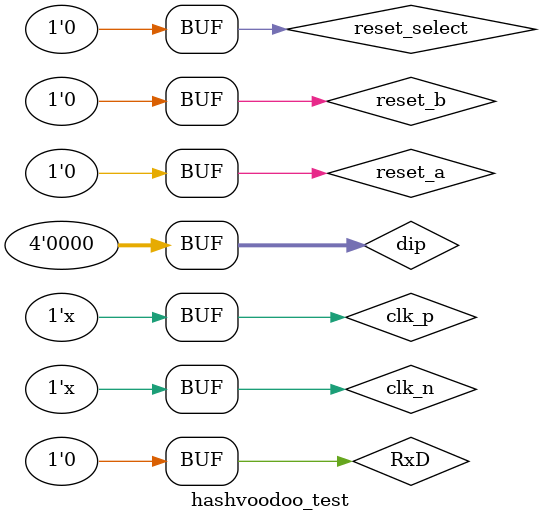
<source format=v>
`timescale 1ns / 1ps
module hashvoodoo_test;

	// Inputs
	reg clk_p;
	reg clk_n;
	reg comm_clk;
	reg RxD;
	reg [3:0] dip;
	reg reset_a;
	reg reset_b;
	reg reset_select;

	// Outputs
	wire TxD;
	wire [3:0] led;

	// Instantiate the Unit Under Test (UUT)
	HASHVOODOO uut (
		.clk_p(hash_clk_p), 
		.clk_n(hash_clk_n), 
		.RxD(RxD), 
		.TxD(TxD), 
		.led(led), 
		.dip(dip), 
		.reset_a(reset_a), 
		.reset_b(reset_b), 
		.reset_select(reset_select)
	);

	//Clock Control
	always begin
		#20;
		clk_p = ~clk_p;
		clk_n = ~clk_n;
	end
		
	initial begin
		// Initialize Inputs
		clk_p = 1;
		clk_n = 0;
		RxD = 0;
		dip = 0;
		reset_a = 0;
		reset_b = 0;
		reset_select = 0;

		// Wait 100 ns for global reset to finish
		#100;
        
		// Add stimulus here

	end
      
endmodule


</source>
